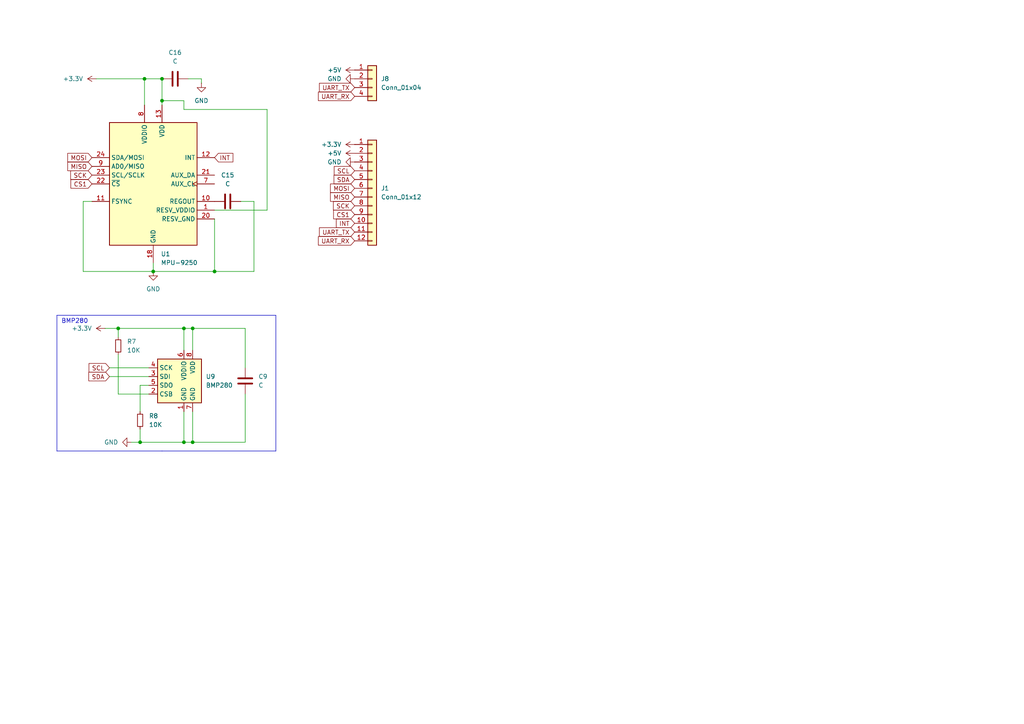
<source format=kicad_sch>
(kicad_sch (version 20250114) (generator "eeschema") (generator_version "9.0")
  (paper "A4")
  (lib_symbols
    (symbol "Connector_Generic:Conn_01x04" (pin_names (offset 1.016) (hide yes))
      (property "Reference" "J" (at 0 5.08 0))
      (property "Value" "Conn_01x04" (at 0 -7.62 0))
      (symbol "Conn_01x04_1_1"
        (rectangle (start -1.27 3.81) (end 1.27 -6.35) (stroke (width 0.254)) (fill (type background)))
        (rectangle (start -1.27 2.667) (end 0 2.413) (stroke (width 0.1524)))
        (rectangle (start -1.27 0.127) (end 0 -0.127) (stroke (width 0.1524)))
        (rectangle (start -1.27 -2.413) (end 0 -2.667) (stroke (width 0.1524)))
        (rectangle (start -1.27 -4.953) (end 0 -5.207) (stroke (width 0.1524)))
        (pin passive line (at -5.08 2.54 0) (length 3.81) (name "Pin_1") (number "1"))
        (pin passive line (at -5.08 0 0) (length 3.81) (name "Pin_2") (number "2"))
        (pin passive line (at -5.08 -2.54 0) (length 3.81) (name "Pin_3") (number "3"))
        (pin passive line (at -5.08 -5.08 0) (length 3.81) (name "Pin_4") (number "4"))
      )
    )
    (symbol "Connector_Generic:Conn_01x12" (pin_names (offset 1.016) (hide yes))
      (property "Reference" "J" (at 0 15.24 0))
      (property "Value" "Conn_01x12" (at 0 -17.78 0))
      (symbol "Conn_01x12_1_1"
        (rectangle (start -1.27 13.97) (end 1.27 -16.51) (stroke (width 0.254)) (fill (type background)))
        (rectangle (start -1.27 12.827) (end 0 12.573) (stroke (width 0.1524)))
        (rectangle (start -1.27 10.287) (end 0 10.033) (stroke (width 0.1524)))
        (rectangle (start -1.27 7.747) (end 0 7.493) (stroke (width 0.1524)))
        (rectangle (start -1.27 5.207) (end 0 4.953) (stroke (width 0.1524)))
        (rectangle (start -1.27 2.667) (end 0 2.413) (stroke (width 0.1524)))
        (rectangle (start -1.27 0.127) (end 0 -0.127) (stroke (width 0.1524)))
        (rectangle (start -1.27 -2.413) (end 0 -2.667) (stroke (width 0.1524)))
        (rectangle (start -1.27 -4.953) (end 0 -5.207) (stroke (width 0.1524)))
        (rectangle (start -1.27 -7.493) (end 0 -7.747) (stroke (width 0.1524)))
        (rectangle (start -1.27 -10.033) (end 0 -10.287) (stroke (width 0.1524)))
        (rectangle (start -1.27 -12.573) (end 0 -12.827) (stroke (width 0.1524)))
        (rectangle (start -1.27 -15.113) (end 0 -15.367) (stroke (width 0.1524)))
        (pin passive line (at -5.08 12.7 0) (length 3.81) (name "Pin_1") (number "1"))
        (pin passive line (at -5.08 10.16 0) (length 3.81) (name "Pin_2") (number "2"))
        (pin passive line (at -5.08 7.62 0) (length 3.81) (name "Pin_3") (number "3"))
        (pin passive line (at -5.08 5.08 0) (length 3.81) (name "Pin_4") (number "4"))
        (pin passive line (at -5.08 2.54 0) (length 3.81) (name "Pin_5") (number "5"))
        (pin passive line (at -5.08 0 0) (length 3.81) (name "Pin_6") (number "6"))
        (pin passive line (at -5.08 -2.54 0) (length 3.81) (name "Pin_7") (number "7"))
        (pin passive line (at -5.08 -5.08 0) (length 3.81) (name "Pin_8") (number "8"))
        (pin passive line (at -5.08 -7.62 0) (length 3.81) (name "Pin_9") (number "9"))
        (pin passive line (at -5.08 -10.16 0) (length 3.81) (name "Pin_10") (number "10"))
        (pin passive line (at -5.08 -12.7 0) (length 3.81) (name "Pin_11") (number "11"))
        (pin passive line (at -5.08 -15.24 0) (length 3.81) (name "Pin_12") (number "12"))
      )
    )
    (symbol "Device:C" (pin_numbers (hide yes)) (pin_names (offset 0.254))
      (property "Reference" "C" (at 0.635 2.54 0))
      (property "Value" "C" (at 0.635 -2.54 0))
      (symbol "C_0_1"
        (polyline (pts (xy -2.032 0.762) (xy 2.032 0.762)) (stroke (width 0.508)))
        (polyline (pts (xy -2.032 -0.762) (xy 2.032 -0.762)) (stroke (width 0.508)))
      )
      (symbol "C_1_1"
        (pin passive line (at 0 3.81 270) (length 2.794) (name "~") (number "1"))
        (pin passive line (at 0 -3.81 90) (length 2.794) (name "~") (number "2"))
      )
    )
    (symbol "Device:R_Small" (pin_numbers (hide yes)) (pin_names (offset 0.254) (hide yes))
      (property "Reference" "R" (at 0.762 0.508 0))
      (property "Value" "R_Small" (at 0.762 -1.016 0))
      (symbol "R_Small_0_1"
        (rectangle (start -0.762 1.778) (end 0.762 -1.778) (stroke (width 0.2032)))
      )
      (symbol "R_Small_1_1"
        (pin passive line (at 0 2.54 270) (length 0.762) (name "~") (number "1"))
        (pin passive line (at 0 -2.54 90) (length 0.762) (name "~") (number "2"))
      )
    )
    (symbol "Sensor_Motion:MPU-9250"
      (property "Reference" "U" (at -11.43 19.05 0))
      (property "Value" "MPU-9250" (at 7.62 -19.05 0))
      (symbol "MPU-9250_0_1"
        (rectangle (start -12.7 17.78) (end 12.7 -17.78) (stroke (width 0.254)) (fill (type background)))
      )
      (symbol "MPU-9250_1_1"
        (pin bidirectional line (at -17.78 7.62 0) (length 5.08) (name "SDA/MOSI") (number "24"))
        (pin bidirectional line (at -17.78 5.08 0) (length 5.08) (name "AD0/MISO") (number "9"))
        (pin input line (at -17.78 2.54 0) (length 5.08) (name "SCL/SCLK") (number "23"))
        (pin input line (at -17.78 0 0) (length 5.08) (name "~{CS}") (number "22"))
        (pin input line (at -17.78 -5.08 0) (length 5.08) (name "FSYNC") (number "11"))
        (pin power_in line (at -2.54 22.86 270) (length 5.08) (name "VDDIO") (number "8"))
        (pin power_in line (at 0 -22.86 90) (length 5.08) (name "GND") (number "18"))
        (pin power_in line (at 2.54 22.86 270) (length 5.08) (name "VDD") (number "13"))
        (pin output line (at 17.78 7.62 180) (length 5.08) (name "INT") (number "12"))
        (pin bidirectional line (at 17.78 2.54 180) (length 5.08) (name "AUX_DA") (number "21"))
        (pin output clock (at 17.78 0 180) (length 5.08) (name "AUX_CL") (number "7"))
        (pin passive line (at 17.78 -5.08 180) (length 5.08) (name "REGOUT") (number "10"))
        (pin input line (at 17.78 -7.62 180) (length 5.08) (name "RESV_VDDIO") (number "1"))
        (pin power_in line (at 17.78 -10.16 180) (length 5.08) (name "RESV_GND") (number "20"))
      )
    )
    (symbol "Sensor_Pressure:BMP280"
      (property "Reference" "U" (at -7.62 10.16 0))
      (property "Value" "BMP280" (at 5.08 10.16 0))
      (symbol "BMP280_0_1"
        (rectangle (start -7.62 -5.08) (end 5.08 7.62) (stroke (width 0.254)) (fill (type background)))
      )
      (symbol "BMP280_1_1"
        (pin input line (at -10.16 5.08 0) (length 2.54) (name "SCK") (number "4"))
        (pin bidirectional line (at -10.16 2.54 0) (length 2.54) (name "SDI") (number "3"))
        (pin bidirectional line (at -10.16 0 0) (length 2.54) (name "SDO") (number "5"))
        (pin input line (at -10.16 -2.54 0) (length 2.54) (name "CSB") (number "2"))
        (pin power_in line (at 0 10.16 270) (length 2.54) (name "VDDIO") (number "6"))
        (pin power_in line (at 0 -7.62 90) (length 2.54) (name "GND") (number "1"))
        (pin power_in line (at 2.54 10.16 270) (length 2.54) (name "VDD") (number "8"))
        (pin power_in line (at 2.54 -7.62 90) (length 2.54) (name "GND") (number "7"))
      )
    )
    (symbol "power:+3.3V" (power) (pin_numbers (hide yes)) (pin_names (offset 0) (hide yes))
      (property "Value" "+3.3V" (at 0 3.556 0))
      (symbol "+3.3V_0_1"
        (polyline (pts (xy -0.762 1.27) (xy 0 2.54)))
        (polyline (pts (xy 0 2.54) (xy 0.762 1.27)))
        (polyline (pts (xy 0 0) (xy 0 2.54)))
      )
      (symbol "+3.3V_1_1"
        (pin power_in line (at 0 0 90) (length 0) (name "~") (number "1"))
      )
    )
    (symbol "power:+5V" (power) (pin_numbers (hide yes)) (pin_names (offset 0) (hide yes))
      (property "Value" "+5V" (at 0 3.556 0))
      (symbol "+5V_0_1"
        (polyline (pts (xy -0.762 1.27) (xy 0 2.54)))
        (polyline (pts (xy 0 2.54) (xy 0.762 1.27)))
        (polyline (pts (xy 0 0) (xy 0 2.54)))
      )
      (symbol "+5V_1_1"
        (pin power_in line (at 0 0 90) (length 0) (name "~") (number "1"))
      )
    )
    (symbol "power:GND" (power) (pin_numbers (hide yes)) (pin_names (offset 0) (hide yes))
      (property "Value" "GND" (at 0 -3.81 0))
      (symbol "GND_0_1"
        (polyline (pts (xy 0 0) (xy 0 -1.27) (xy 1.27 -1.27) (xy 0 -2.54) (xy -1.27 -1.27) (xy 0 -1.27)))
      )
      (symbol "GND_1_1"
        (pin power_in line (at 0 0 270) (length 0) (name "~") (number "1"))
      )
    )
  )
  (text "BMP280\n" (at 17.78 93.98 0) (effects (font (size 1.27 1.27)) (justify left bottom)))
  (junction (at 44.45 78.74))
  (junction (at 53.34 128.27))
  (junction (at 41.91 22.86))
  (junction (at 55.88 95.25))
  (junction (at 62.23 78.74))
  (junction (at 55.88 128.27))
  (junction (at 46.99 22.86))
  (junction (at 40.64 128.27))
  (junction (at 46.99 29.21))
  (junction (at 53.34 95.25))
  (junction (at 34.29 95.25))
  (wire (pts (xy 71.12 128.27) (xy 55.88 128.27)))
  (wire (pts (xy 41.91 22.86) (xy 41.91 30.48)))
  (wire (pts (xy 62.23 78.74) (xy 73.66 78.74)))
  (wire (pts (xy 69.85 58.42) (xy 73.66 58.42)))
  (wire (pts (xy 53.34 119.38) (xy 53.34 128.27)))
  (wire (pts (xy 62.23 63.5) (xy 62.23 78.74)))
  (wire (pts (xy 46.99 29.21) (xy 46.99 30.48)))
  (wire (pts (xy 46.99 22.86) (xy 46.99 29.21)))
  (wire (pts (xy 58.42 22.86) (xy 58.42 24.13)))
  (wire (pts (xy 55.88 101.6) (xy 55.88 95.25)))
  (wire (pts (xy 43.18 114.3) (xy 34.29 114.3)))
  (wire (pts (xy 34.29 95.25) (xy 34.29 97.79)))
  (wire (pts (xy 31.75 109.22) (xy 43.18 109.22)))
  (wire (pts (xy 43.18 111.76) (xy 40.64 111.76)))
  (wire (pts (xy 31.75 106.68) (xy 43.18 106.68)))
  (wire (pts (xy 30.48 95.25) (xy 34.29 95.25)))
  (polyline (pts (xy 16.51 130.81) (xy 46.99 130.81)))
  (polyline (pts (xy 46.99 130.81) (xy 80.01 130.81)))
  (wire (pts (xy 71.12 95.25) (xy 55.88 95.25)))
  (wire (pts (xy 55.88 128.27) (xy 53.34 128.27)))
  (wire (pts (xy 34.29 114.3) (xy 34.29 102.87)))
  (polyline (pts (xy 16.51 91.44) (xy 16.51 130.81)))
  (wire (pts (xy 46.99 29.21) (xy 53.34 29.21)))
  (polyline (pts (xy 80.01 130.81) (xy 80.01 91.44)))
  (polyline (pts (xy 80.01 91.44) (xy 16.51 91.44)))
  (wire (pts (xy 24.13 78.74) (xy 44.45 78.74)))
  (wire (pts (xy 53.34 95.25) (xy 55.88 95.25)))
  (wire (pts (xy 71.12 106.68) (xy 71.12 95.25)))
  (wire (pts (xy 27.94 22.86) (xy 41.91 22.86)))
  (wire (pts (xy 34.29 95.25) (xy 53.34 95.25)))
  (wire (pts (xy 40.64 124.46) (xy 40.64 128.27)))
  (wire (pts (xy 40.64 111.76) (xy 40.64 119.38)))
  (wire (pts (xy 62.23 60.96) (xy 77.47 60.96)))
  (wire (pts (xy 40.64 128.27) (xy 53.34 128.27)))
  (wire (pts (xy 55.88 119.38) (xy 55.88 128.27)))
  (wire (pts (xy 41.91 22.86) (xy 46.99 22.86)))
  (wire (pts (xy 53.34 95.25) (xy 53.34 101.6)))
  (wire (pts (xy 24.13 58.42) (xy 26.67 58.42)))
  (wire (pts (xy 53.34 29.21) (xy 53.34 31.75)))
  (wire (pts (xy 54.61 22.86) (xy 58.42 22.86)))
  (wire (pts (xy 73.66 58.42) (xy 73.66 78.74)))
  (wire (pts (xy 24.13 58.42) (xy 24.13 78.74)))
  (wire (pts (xy 71.12 114.3) (xy 71.12 128.27)))
  (wire (pts (xy 53.34 31.75) (xy 77.47 31.75)))
  (wire (pts (xy 44.45 78.74) (xy 62.23 78.74)))
  (wire (pts (xy 44.45 76.2) (xy 44.45 78.74)))
  (wire (pts (xy 38.1 128.27) (xy 40.64 128.27)))
  (wire (pts (xy 77.47 31.75) (xy 77.47 60.96)))
  (global_label "SCK" (shape input) (at 102.87 59.69 180) (property "Intersheetrefs" "${INTERSHEET_REFS}" (effects (hide yes))))
  (global_label "SCK" (shape input) (at 26.67 50.8 180) (property "Intersheetrefs" "${INTERSHEET_REFS}" (effects (hide yes))))
  (global_label "UART_TX" (shape input) (at 102.87 67.31 180) (property "Intersheetrefs" "${INTERSHEET_REFS}" (effects (hide yes))))
  (global_label "MISO" (shape input) (at 26.67 48.26 180) (property "Intersheetrefs" "${INTERSHEET_REFS}" (effects (hide yes))))
  (global_label "CS1" (shape input) (at 26.67 53.34 180) (property "Intersheetrefs" "${INTERSHEET_REFS}" (effects (hide yes))))
  (global_label "CS1" (shape input) (at 102.87 62.23 180) (property "Intersheetrefs" "${INTERSHEET_REFS}" (effects (hide yes))))
  (global_label "SDA" (shape input) (at 31.75 109.22 180) (property "Intersheetrefs" "${INTERSHEET_REFS}" (effects (hide yes))))
  (global_label "MOSI" (shape input) (at 26.67 45.72 180) (property "Intersheetrefs" "${INTERSHEET_REFS}" (effects (hide yes))))
  (global_label "MISO" (shape input) (at 102.87 57.15 180) (property "Intersheetrefs" "${INTERSHEET_REFS}" (effects (hide yes))))
  (global_label "SCL" (shape input) (at 102.87 49.53 180) (property "Intersheetrefs" "${INTERSHEET_REFS}" (effects (hide yes))))
  (global_label "INT" (shape input) (at 102.87 64.77 180) (property "Intersheetrefs" "${INTERSHEET_REFS}" (effects (hide yes))))
  (global_label "INT" (shape input) (at 62.23 45.72 0) (property "Intersheetrefs" "${INTERSHEET_REFS}" (effects (hide yes))))
  (global_label "MOSI" (shape input) (at 102.87 54.61 180) (property "Intersheetrefs" "${INTERSHEET_REFS}" (effects (hide yes))))
  (global_label "UART_TX" (shape input) (at 102.87 25.4 180) (property "Intersheetrefs" "${INTERSHEET_REFS}" (effects (hide yes))))
  (global_label "SDA" (shape input) (at 102.87 52.07 180) (property "Intersheetrefs" "${INTERSHEET_REFS}" (effects (hide yes))))
  (global_label "UART_RX" (shape input) (at 102.87 69.85 180) (property "Intersheetrefs" "${INTERSHEET_REFS}" (effects (hide yes))))
  (global_label "UART_RX" (shape input) (at 102.87 27.94 180) (property "Intersheetrefs" "${INTERSHEET_REFS}" (effects (hide yes))))
  (global_label "SCL" (shape input) (at 31.75 106.68 180) (property "Intersheetrefs" "${INTERSHEET_REFS}" (effects (hide yes))))
  (symbol (lib_id "power:+3.3V") (at 30.48 95.25 90) (unit 1)
    (property "Reference" "#PWR017" (effects (hide yes)))
    (property "Value" "+3.3V" (at 26.67 95.2499 90) (effects (justify left)))
    (property "Description" "Power symbol creates a global label with name \"+3.3V\"" (effects (hide yes)))
  )
  (symbol (lib_id "power:GND") (at 44.45 78.74 0) (unit 1)
    (property "Reference" "#PWR015" (effects (hide yes)))
    (property "Value" "GND" (at 44.45 83.82 0))
    (property "Description" "Power symbol creates a global label with name \"GND\" , ground" (effects (hide yes)))
  )
  (symbol (lib_id "power:GND") (at 58.42 24.13 0) (unit 1)
    (property "Reference" "#PWR016" (effects (hide yes)))
    (property "Value" "GND" (at 58.42 29.21 0))
    (property "Description" "Power symbol creates a global label with name \"GND\" , ground" (effects (hide yes)))
  )
  (symbol (lib_id "power:+3.3V") (at 102.87 41.91 90) (unit 1)
    (property "Reference" "#PWR01" (effects (hide yes)))
    (property "Value" "+3.3V" (at 99.06 41.9099 90) (effects (justify left)))
    (property "Description" "Power symbol creates a global label with name \"+3.3V\"" (effects (hide yes)))
  )
  (symbol (lib_id "Sensor_Motion:MPU-9250") (at 44.45 53.34 0) (unit 1)
    (property "Reference" "U1" (at 46.6441 73.66 0) (effects (justify left)))
    (property "Value" "MPU-9250" (at 46.6441 76.2 0) (effects (justify left)))
    (property "Footprint" "Sensor_Motion:InvenSense_QFN-24_3x3mm_P0.4mm" (effects (hide yes)))
    (property "Datasheet" "https://invensense.tdk.com/wp-content/uploads/2015/02/PS-MPU-9250A-01-v1.1.pdf" (effects (hide yes)))
    (property "Description" "InvenSense 9-Axis Motion Sensor, Accelerometer, Gyroscope, Compass, I2C/SPI" (effects (hide yes)))
  )
  (symbol (lib_id "power:GND") (at 102.87 22.86 270) (unit 1)
    (property "Reference" "#PWR026" (effects (hide yes)))
    (property "Value" "GND" (at 99.06 22.8599 90) (effects (justify right)))
    (property "Description" "Power symbol creates a global label with name \"GND\" , ground" (effects (hide yes)))
  )
  (symbol (lib_id "Device:C") (at 50.8 22.86 90) (unit 1)
    (property "Reference" "C16" (at 50.8 15.24 90))
    (property "Value" "C" (at 50.8 17.78 90))
    (property "Footprint" "Capacitor_SMD:C_0603_1608Metric" (effects (hide yes)))
  )
  (symbol (lib_id "Connector_Generic:Conn_01x04") (at 107.95 22.86 0) (unit 1)
    (property "Reference" "J8" (at 110.49 22.8599 0) (effects (justify left)))
    (property "Value" "Conn_01x04" (at 110.49 25.3999 0) (effects (justify left)))
    (property "Footprint" "Connector_PinHeader_2.54mm:PinHeader_1x04_P2.54mm_Vertical" (effects (hide yes)))
    (property "Description" "Generic connector, single row, 01x04, script generated (kicad-library-utils/schlib/autogen/connector/)" (effects (hide yes)))
  )
  (symbol (lib_id "Device:C") (at 66.04 58.42 90) (unit 1)
    (property "Reference" "C15" (at 66.04 50.8 90))
    (property "Value" "C" (at 66.04 53.34 90))
    (property "Footprint" "Capacitor_SMD:C_0603_1608Metric" (effects (hide yes)))
  )
  (symbol (lib_id "Sensor_Pressure:BMP280") (at 53.34 111.76 0) (unit 1)
    (property "Reference" "U9" (at 59.69 109.2199 0) (effects (justify left)))
    (property "Value" "BMP280" (at 59.69 111.7599 0) (effects (justify left)))
    (property "Footprint" "Package_LGA:Bosch_LGA-8_2x2.5mm_P0.65mm_ClockwisePinNumbering" (effects (hide yes)))
    (property "Datasheet" "https://ae-bst.resource.bosch.com/media/_tech/media/datasheets/BST-BMP280-DS001.pdf" (effects (hide yes)))
  )
  (symbol (lib_id "power:+5V") (at 102.87 44.45 90) (unit 1)
    (property "Reference" "#PWR02" (effects (hide yes)))
    (property "Value" "+5V" (at 99.06 44.4499 90) (effects (justify left)))
    (property "Description" "Power symbol creates a global label with name \"+5V\"" (effects (hide yes)))
  )
  (symbol (lib_id "Device:C") (at 71.12 110.49 0) (unit 1)
    (property "Reference" "C9" (at 74.93 109.2199 0) (effects (justify left)))
    (property "Value" "C" (at 74.93 111.7599 0) (effects (justify left)))
    (property "Footprint" "Capacitor_SMD:C_0603_1608Metric" (effects (hide yes)))
  )
  (symbol (lib_id "power:+5V") (at 102.87 20.32 90) (unit 1)
    (property "Reference" "#PWR025" (effects (hide yes)))
    (property "Value" "+5V" (at 99.06 20.3199 90) (effects (justify left)))
    (property "Description" "Power symbol creates a global label with name \"+5V\"" (effects (hide yes)))
  )
  (symbol (lib_id "Device:R_Small") (at 34.29 100.33 0) (unit 1)
    (property "Reference" "R7" (at 36.83 99.0599 0) (effects (justify left)))
    (property "Value" "10K" (at 36.83 101.5999 0) (effects (justify left)))
    (property "Footprint" "Resistor_SMD:R_0603_1608Metric" (effects (hide yes)))
  )
  (symbol (lib_id "power:GND") (at 38.1 128.27 270) (unit 1)
    (property "Reference" "#PWR018" (effects (hide yes)))
    (property "Value" "GND" (at 34.29 128.2699 90) (effects (justify right)))
    (property "Description" "Power symbol creates a global label with name \"GND\" , ground" (effects (hide yes)))
  )
  (symbol (lib_id "Device:R_Small") (at 40.64 121.92 0) (unit 1)
    (property "Reference" "R8" (at 43.18 120.6499 0) (effects (justify left)))
    (property "Value" "10K" (at 43.18 123.1899 0) (effects (justify left)))
    (property "Footprint" "Resistor_SMD:R_0603_1608Metric" (effects (hide yes)))
  )
  (symbol (lib_id "power:+3.3V") (at 27.94 22.86 90) (unit 1)
    (property "Reference" "#PWR014" (effects (hide yes)))
    (property "Value" "+3.3V" (at 24.13 22.8599 90) (effects (justify left)))
    (property "Description" "Power symbol creates a global label with name \"+3.3V\"" (effects (hide yes)))
  )
  (symbol (lib_id "power:GND") (at 102.87 46.99 270) (unit 1)
    (property "Reference" "#PWR03" (effects (hide yes)))
    (property "Value" "GND" (at 99.06 46.9899 90) (effects (justify right)))
    (property "Description" "Power symbol creates a global label with name \"GND\" , ground" (effects (hide yes)))
  )
  (symbol (lib_id "Connector_Generic:Conn_01x12") (at 107.95 54.61 0) (unit 1)
    (property "Reference" "J1" (at 110.49 54.6099 0) (effects (justify left)))
    (property "Value" "Conn_01x12" (at 110.49 57.1499 0) (effects (justify left)))
    (property "Description" "Generic connector, single row, 01x12, script generated (kicad-library-utils/schlib/autogen/connector/)" (effects (hide yes)))
  )
)
</source>
